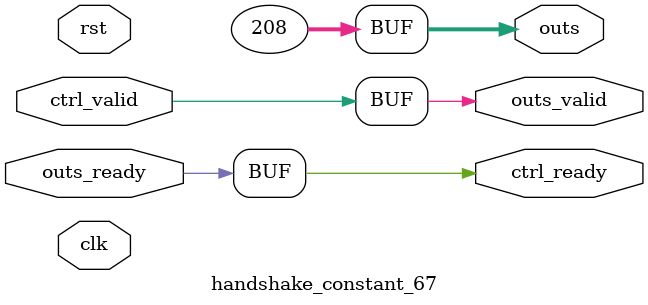
<source format=v>
`timescale 1ns / 1ps
module handshake_constant_67 #(
  parameter DATA_WIDTH = 32  // Default set to 32 bits
) (
  input                       clk,
  input                       rst,
  // Input Channel
  input                       ctrl_valid,
  output                      ctrl_ready,
  // Output Channel
  output [DATA_WIDTH - 1 : 0] outs,
  output                      outs_valid,
  input                       outs_ready
);
  assign outs       = 9'b011010000;
  assign outs_valid = ctrl_valid;
  assign ctrl_ready = outs_ready;

endmodule

</source>
